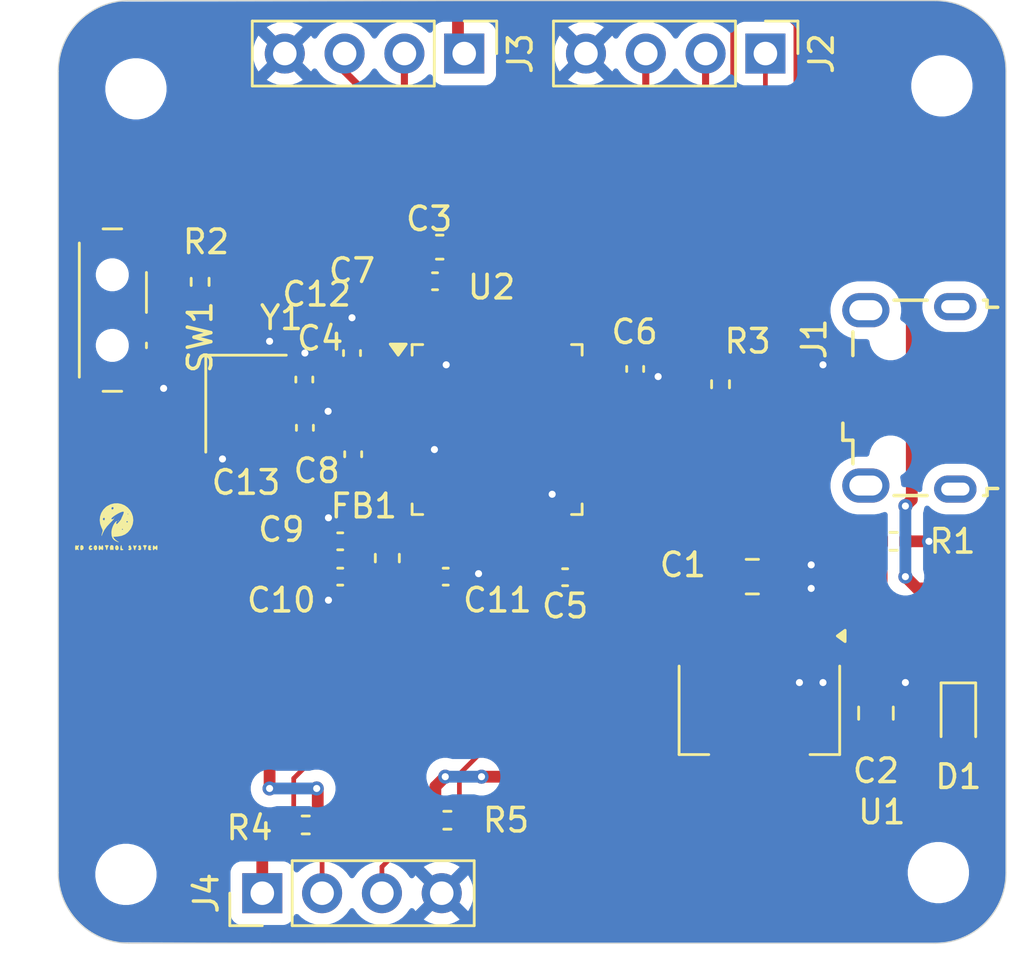
<source format=kicad_pcb>
(kicad_pcb (version 20241229) (generator "pcbnew") (generator_version "9.0")
  (layers (0 "F.Cu" signal) (2 "B.Cu" power) (13 "F.Paste" user) (15 "B.Paste" user) (5 "F.SilkS" user "F.Silkscreen") (7 "B.SilkS" user "B.Silkscreen") (1 "F.Mask" user) (3 "B.Mask" user) (25 "Edge.Cuts" user))
  (net 0 "")
  (net 1 "GND")
  (net 2 "VBUS")
  (net 3 "+3.3V")
  (net 4 "+3.3VA")
  (net 5 "/NRST")
  (net 6 "/HSE_IN")
  (net 7 "/HSE_OUT")
  (net 8 "/PWR_LED_K")
  (net 12 "/USB_D-")
  (net 14 "/USB_D+")
  (net 16 "+3.3 V")
  (net 17 "/SWCLK")
  (net 18 "/SWDIO")
  (net 19 "/USART1_RX")
  (net 20 "/USART1_TX")
  (net 21 "/l2C2_SCL")
  (net 22 "/l2C2_SDA")
  (net 23 "Net-(U2-BOOT0)")
  (net 24 "Net-(SW1-A)")
  (footprint "Capacitor_SMD:C_0603_1608Metric" (layer "F.Cu") (at 116.725 70.5)
    (property "Reference" "C3" (at -0.45 -1.2 0) (layer "F.SilkS"))
    (property "Value" "10u" (hide yes))
    (pad "1" smd roundrect (at -0.775 0) (size 0.9 0.95) (layers "F.Cu" "F.Mask" "F.Paste") (net 3 "+3.3V"))
    (pad "2" smd roundrect (at 0.775 0) (size 0.9 0.95) (layers "F.Cu" "F.Mask" "F.Paste") (net 1 "GND"))
  )
  (footprint "Capacitor_SMD:C_0402_1005Metric" (layer "F.Cu") (at 112.5 84.5 180)
    (property "Reference" "C10" (at 2.5 -1 0) (layer "F.SilkS"))
    (property "Value" "1u" (hide yes))
    (pad "1" smd roundrect (at -0.48 0 180) (size 0.56 0.62) (layers "F.Cu" "F.Mask" "F.Paste") (net 3 "+3.3V"))
    (pad "2" smd roundrect (at 0.48 0 180) (size 0.56 0.62) (layers "F.Cu" "F.Mask" "F.Paste") (net 1 "GND"))
  )
  (footprint "Capacitor_SMD:C_0402_1005Metric" (layer "F.Cu") (at 113.05 79.3 90)
    (property "Reference" "C8" (at -0.7 -1.55 180) (layer "F.SilkS"))
    (property "Value" "10n" (hide yes))
    (pad "1" smd roundrect (at -0.48 0 90) (size 0.56 0.62) (layers "F.Cu" "F.Mask" "F.Paste") (net 4 "+3.3VA"))
    (pad "2" smd roundrect (at 0.48 0 90) (size 0.56 0.62) (layers "F.Cu" "F.Mask" "F.Paste") (net 1 "GND"))
  )
  (footprint "Crystal:Crystal_SMD_3225-4Pin_3.2x2.5mm" (layer "F.Cu") (at 108.5 77.15 -90)
    (property "Reference" "Y1" (at -3.65 -1.5 0) (layer "F.SilkS"))
    (property "Value" "16MHz" (hide yes))
    (pad "1" smd roundrect (at -1.1 0.85 270) (size 1.4 1.2) (layers "F.Cu" "F.Mask" "F.Paste") (roundrect_rratio 0.208333) (net 6 "/HSE_IN"))
    (pad "2" smd roundrect (at 1.1 0.85 270) (size 1.4 1.2) (layers "F.Cu" "F.Mask" "F.Paste") (roundrect_rratio 0.208333) (net 1 "GND"))
    (pad "3" smd roundrect (at 1.1 -0.85 270) (size 1.4 1.2) (layers "F.Cu" "F.Mask" "F.Paste") (roundrect_rratio 0.208333) (net 7 "/HSE_OUT"))
    (pad "4" smd roundrect (at -1.1 -0.85 270) (size 1.4 1.2) (layers "F.Cu" "F.Mask" "F.Paste") (roundrect_rratio 0.208333) (net 1 "GND"))
  )
  (footprint "MountingHole:MountingHole_2.1mm" (layer "F.Cu") (at 103.825 63.775)
    (property "Reference" "H4" (hide yes))
    (property "Value" "~")
    (pad "" np_thru_hole circle (at 0 0) (size 2.1 2.1) (drill 2.1) (layers "*.Cu" "*.Mask"))
  )
  (footprint "Resistor_SMD:R_0402_1005Metric" (layer "F.Cu") (at 106.55 71.975 90)
    (property "Reference" "R2" (at 1.7 0.25 180) (layer "F.SilkS"))
    (property "Value" "10k" (hide yes))
    (pad "1" smd roundrect (at -0.51 0 90) (size 0.54 0.64) (layers "F.Cu" "F.Mask" "F.Paste") (net 24 "Net-(SW1-A)"))
    (pad "2" smd roundrect (at 0.51 0 90) (size 0.54 0.64) (layers "F.Cu" "F.Mask" "F.Paste") (net 23 "Net-(U2-BOOT0)"))
  )
  (footprint "LOGO" (layer "F.Cu") (at 103 82.5)
    (property "Reference" "G***" (hide yes))
    (property "Value" "LOGO" (hide yes))
  )
  (footprint "Connector_PinHeader_2.54mm:PinHeader_1x04_P2.54mm_Vertical" (layer "F.Cu") (at 130.555 62.275 -90)
    (property "Reference" "J2" (at 0 -2.38 90) (layer "F.SilkS"))
    (property "Value" "Conn_01x04_Male" (hide yes))
    (pad "1" thru_hole rect (at 0 0 270) (size 1.7 1.7) (drill 1) (layers "*.Cu" "*.Mask") (net 16 "+3.3 V"))
    (pad "2" thru_hole circle (at 0 2.54 270) (size 1.7 1.7) (drill 1) (layers "*.Cu" "*.Mask") (net 18 "/SWDIO"))
    (pad "3" thru_hole circle (at 0 5.08 270) (size 1.7 1.7) (drill 1) (layers "*.Cu" "*.Mask") (net 17 "/SWCLK"))
    (pad "4" thru_hole circle (at 0 7.62 270) (size 1.7 1.7) (drill 1) (layers "*.Cu" "*.Mask") (net 1 "GND"))
  )
  (footprint "Package_QFP:LQFP-48_7x7mm_P0.5mm" (layer "F.Cu") (at 119.1625 78.25)
    (property "Reference" "U2" (at -0.2375 -6.05 0) (layer "F.SilkS"))
    (property "Value" "STM32F103C8T6" (hide yes))
    (pad "1" smd roundrect (at -4.1625 -2.75) (size 1.475 0.3) (layers "F.Cu" "F.Mask" "F.Paste") (net 3 "+3.3V"))
    (pad "2" smd roundrect (at -4.1625 -2.25) (size 1.475 0.3) (layers "F.Cu" "F.Mask" "F.Paste"))
    (pad "3" smd roundrect (at -4.1625 -1.75) (size 1.475 0.3) (layers "F.Cu" "F.Mask" "F.Paste"))
    (pad "4" smd roundrect (at -4.1625 -1.25) (size 1.475 0.3) (layers "F.Cu" "F.Mask" "F.Paste"))
    (pad "5" smd roundrect (at -4.1625 -0.75) (size 1.475 0.3) (layers "F.Cu" "F.Mask" "F.Paste") (net 6 "/HSE_IN"))
    (pad "6" smd roundrect (at -4.1625 -0.25) (size 1.475 0.3) (layers "F.Cu" "F.Mask" "F.Paste") (net 7 "/HSE_OUT"))
    (pad "7" smd roundrect (at -4.1625 0.25) (size 1.475 0.3) (layers "F.Cu" "F.Mask" "F.Paste") (net 5 "/NRST"))
    (pad "8" smd roundrect (at -4.1625 0.75) (size 1.475 0.3) (layers "F.Cu" "F.Mask" "F.Paste") (net 1 "GND"))
    (pad "9" smd roundrect (at -4.1625 1.25) (size 1.475 0.3) (layers "F.Cu" "F.Mask" "F.Paste") (net 4 "+3.3VA"))
    (pad "10" smd roundrect (at -4.1625 1.75) (size 1.475 0.3) (layers "F.Cu" "F.Mask" "F.Paste"))
    (pad "11" smd roundrect (at -4.1625 2.25) (size 1.475 0.3) (layers "F.Cu" "F.Mask" "F.Paste"))
    (pad "12" smd roundrect (at -4.1625 2.75) (size 1.475 0.3) (layers "F.Cu" "F.Mask" "F.Paste"))
    (pad "13" smd roundrect (at -2.75 4.1625) (size 0.3 1.475) (layers "F.Cu" "F.Mask" "F.Paste"))
    (pad "14" smd roundrect (at -2.25 4.1625) (size 0.3 1.475) (layers "F.Cu" "F.Mask" "F.Paste"))
    (pad "15" smd roundrect (at -1.75 4.1625) (size 0.3 1.475) (layers "F.Cu" "F.Mask" "F.Paste"))
    (pad "16" smd roundrect (at -1.25 4.1625) (size 0.3 1.475) (layers "F.Cu" "F.Mask" "F.Paste"))
    (pad "17" smd roundrect (at -0.75 4.1625) (size 0.3 1.475) (layers "F.Cu" "F.Mask" "F.Paste"))
    (pad "18" smd roundrect (at -0.25 4.1625) (size 0.3 1.475) (layers "F.Cu" "F.Mask" "F.Paste"))
    (pad "19" smd roundrect (at 0.25 4.1625) (size 0.3 1.475) (layers "F.Cu" "F.Mask" "F.Paste"))
    (pad "20" smd roundrect (at 0.75 4.1625) (size 0.3 1.475) (layers "F.Cu" "F.Mask" "F.Paste"))
    (pad "21" smd roundrect (at 1.25 4.1625) (size 0.3 1.475) (layers "F.Cu" "F.Mask" "F.Paste") (net 21 "/l2C2_SCL"))
    (pad "22" smd roundrect (at 1.75 4.1625) (size 0.3 1.475) (layers "F.Cu" "F.Mask" "F.Paste") (net 22 "/l2C2_SDA"))
    (pad "23" smd roundrect (at 2.25 4.1625) (size 0.3 1.475) (layers "F.Cu" "F.Mask" "F.Paste") (net 1 "GND"))
    (pad "24" smd roundrect (at 2.75 4.1625) (size 0.3 1.475) (layers "F.Cu" "F.Mask" "F.Paste") (net 3 "+3.3V"))
    (pad "25" smd roundrect (at 4.1625 2.75) (size 1.475 0.3) (layers "F.Cu" "F.Mask" "F.Paste"))
    (pad "26" smd roundrect (at 4.1625 2.25) (size 1.475 0.3) (layers "F.Cu" "F.Mask" "F.Paste"))
    (pad "27" smd roundrect (at 4.1625 1.75) (size 1.475 0.3) (layers "F.Cu" "F.Mask" "F.Paste"))
    (pad "28" smd roundrect (at 4.1625 1.25) (size 1.475 0.3) (layers "F.Cu" "F.Mask" "F.Paste"))
    (pad "29" smd roundrect (at 4.1625 0.75) (size 1.475 0.3) (layers "F.Cu" "F.Mask" "F.Paste"))
    (pad "30" smd roundrect (at 4.1625 0.25) (size 1.475 0.3) (layers "F.Cu" "F.Mask" "F.Paste"))
    (pad "31" smd roundrect (at 4.1625 -0.25) (size 1.475 0.3) (layers "F.Cu" "F.Mask" "F.Paste"))
    (pad "32" smd roundrect (at 4.1625 -0.75) (size 1.475 0.3) (layers "F.Cu" "F.Mask" "F.Paste") (net 12 "/USB_D-"))
    (pad "33" smd roundrect (at 4.1625 -1.25) (size 1.475 0.3) (layers "F.Cu" "F.Mask" "F.Paste") (net 14 "/USB_D+"))
    (pad "34" smd roundrect (at 4.1625 -1.75) (size 1.475 0.3) (layers "F.Cu" "F.Mask" "F.Paste") (net 18 "/SWDIO"))
    (pad "35" smd roundrect (at 4.1625 -2.25) (size 1.475 0.3) (layers "F.Cu" "F.Mask" "F.Paste") (net 1 "GND"))
    (pad "36" smd roundrect (at 4.1625 -2.75) (size 1.475 0.3) (layers "F.Cu" "F.Mask" "F.Paste") (net 3 "+3.3V"))
    (pad "37" smd roundrect (at 2.75 -4.1625) (size 0.3 1.475) (layers "F.Cu" "F.Mask" "F.Paste") (net 17 "/SWCLK"))
    (pad "38" smd roundrect (at 2.25 -4.1625) (size 0.3 1.475) (layers "F.Cu" "F.Mask" "F.Paste"))
    (pad "39" smd roundrect (at 1.75 -4.1625) (size 0.3 1.475) (layers "F.Cu" "F.Mask" "F.Paste"))
    (pad "40" smd roundrect (at 1.25 -4.1625) (size 0.3 1.475) (layers "F.Cu" "F.Mask" "F.Paste"))
    (pad "41" smd roundrect (at 0.75 -4.1625) (size 0.3 1.475) (layers "F.Cu" "F.Mask" "F.Paste"))
    (pad "42" smd roundrect (at 0.25 -4.1625) (size 0.3 1.475) (layers "F.Cu" "F.Mask" "F.Paste") (net 20 "/USART1_TX"))
    (pad "43" smd roundrect (at -0.25 -4.1625) (size 0.3 1.475) (layers "F.Cu" "F.Mask" "F.Paste") (net 19 "/USART1_RX"))
    (pad "44" smd roundrect (at -0.75 -4.1625) (size 0.3 1.475) (layers "F.Cu" "F.Mask" "F.Paste") (net 23 "Net-(U2-BOOT0)"))
    (pad "45" smd roundrect (at -1.25 -4.1625) (size 0.3 1.475) (layers "F.Cu" "F.Mask" "F.Paste"))
    (pad "46" smd roundrect (at -1.75 -4.1625) (size 0.3 1.475) (layers "F.Cu" "F.Mask" "F.Paste"))
    (pad "47" smd roundrect (at -2.25 -4.1625) (size 0.3 1.475) (layers "F.Cu" "F.Mask" "F.Paste") (net 1 "GND"))
    (pad "48" smd roundrect (at -2.75 -4.1625) (size 0.3 1.475) (layers "F.Cu" "F.Mask" "F.Paste") (net 3 "+3.3V"))
  )
  (footprint "Capacitor_SMD:C_0402_1005Metric" (layer "F.Cu") (at 125.025 75.675 -90)
    (property "Reference" "C6" (at -1.575 0.025 0) (layer "F.SilkS"))
    (property "Value" "100n" (hide yes))
    (pad "1" smd roundrect (at -0.48 0 270) (size 0.56 0.62) (layers "F.Cu" "F.Mask" "F.Paste") (net 3 "+3.3V"))
    (pad "2" smd roundrect (at 0.48 0 270) (size 0.56 0.62) (layers "F.Cu" "F.Mask" "F.Paste") (net 1 "GND"))
  )
  (footprint "Connector_USB:USB_Micro-B_Wuerth_629105150521" (layer "F.Cu") (at 136.67 76.905 90)
    (property "Reference" "J1" (at 2.505 -4.045 90) (layer "F.SilkS"))
    (property "Value" "USB_B_Micro" (hide yes))
    (pad "" np_thru_hole oval (at -2.5 -0.8 90) (size 0.8 0.8) (drill 0.8) (layers "*.Cu" "*.Mask"))
    (pad "" np_thru_hole oval (at 2.5 -0.8 90) (size 0.8 0.8) (drill 0.8) (layers "*.Cu" "*.Mask"))
    (pad "1" smd rect (at -1.3 -1.9 90) (size 0.45 1.3) (layers "F.Cu" "F.Mask" "F.Paste") (net 2 "VBUS"))
    (pad "2" smd rect (at -0.65 -1.9 90) (size 0.45 1.3) (layers "F.Cu" "F.Mask" "F.Paste") (net 12 "/USB_D-"))
    (pad "3" smd rect (at 0 -1.9 90) (size 0.45 1.3) (layers "F.Cu" "F.Mask" "F.Paste") (net 14 "/USB_D+"))
    (pad "4" smd rect (at 0.65 -1.9 90) (size 0.45 1.3) (layers "F.Cu" "F.Mask" "F.Paste"))
    (pad "5" smd rect (at 1.3 -1.9 90) (size 0.45 1.3) (layers "F.Cu" "F.Mask" "F.Paste") (net 1 "GND"))
    (pad "6" thru_hole oval (at -3.875 1.95 90) (size 1.15 1.8) (drill oval 0.55 1.2) (property pad_prop_heatsink) (layers "*.Cu" "*.Mask"))
    (pad "6" thru_hole oval (at -3.725 -1.85 90) (size 1.45 2) (drill oval 0.85 1.4) (property pad_prop_heatsink) (layers "*.Cu" "*.Mask"))
    (pad "6" thru_hole oval (at 3.725 -1.85 90) (size 1.45 2) (drill oval 0.85 1.4) (property pad_prop_heatsink) (layers "*.Cu" "*.Mask"))
    (pad "6" thru_hole oval (at 3.875 1.95 90) (size 1.15 1.8) (drill oval 0.55 1.2) (property pad_prop_heatsink) (layers "*.Cu" "*.Mask"))
  )
  (footprint "Connector_PinHeader_2.54mm:PinHeader_1x04_P2.54mm_Vertical" (layer "F.Cu") (at 109.19 97.95 90)
    (property "Reference" "J4" (at 0 -2.38 90) (layer "F.SilkS"))
    (property "Value" "Conn_01x04_Male" (hide yes))
    (pad "1" thru_hole rect (at 0 0 90) (size 1.7 1.7) (drill 1) (layers "*.Cu" "*.Mask") (net 3 "+3.3V"))
    (pad "2" thru_hole circle (at 0 2.54 90) (size 1.7 1.7) (drill 1) (layers "*.Cu" "*.Mask") (net 21 "/l2C2_SCL"))
    (pad "3" thru_hole circle (at 0 5.08 90) (size 1.7 1.7) (drill 1) (layers "*.Cu" "*.Mask") (net 22 "/l2C2_SDA"))
    (pad "4" thru_hole circle (at 0 7.62 90) (size 1.7 1.7) (drill 1) (layers "*.Cu" "*.Mask") (net 1 "GND"))
  )
  (footprint "Capacitor_SMD:C_0805_2012Metric" (layer "F.Cu") (at 135.25 90.3 90)
    (property "Reference" "C2" (at -2.45 0 0) (layer "F.SilkS"))
    (property "Value" "22u" (hide yes))
    (pad "1" smd roundrect (at -0.95 0 90) (size 1 1.45) (layers "F.Cu" "F.Mask" "F.Paste") (net 3 "+3.3V"))
    (pad "2" smd roundrect (at 0.95 0 90) (size 1 1.45) (layers "F.Cu" "F.Mask" "F.Paste") (net 1 "GND"))
  )
  (footprint "Capacitor_SMD:C_0402_1005Metric" (layer "F.Cu") (at 122.05 84.525 180)
    (property "Reference" "C5" (at 0 -1.225 0) (layer "F.SilkS"))
    (property "Value" "100n" (hide yes))
    (pad "1" smd roundrect (at -0.48 0 180) (size 0.56 0.62) (layers "F.Cu" "F.Mask" "F.Paste") (net 3 "+3.3V"))
    (pad "2" smd roundrect (at 0.48 0 180) (size 0.56 0.62) (layers "F.Cu" "F.Mask" "F.Paste") (net 1 "GND"))
  )
  (footprint "MountingHole:MountingHole_2.1mm" (layer "F.Cu") (at 138.05 63.65)
    (property "Reference" "H3" (hide yes))
    (property "Value" "~")
    (pad "" np_thru_hole circle (at 0 0) (size 2.1 2.1) (drill 2.1) (layers "*.Cu" "*.Mask"))
  )
  (footprint "Capacitor_SMD:C_0402_1005Metric" (layer "F.Cu") (at 116.98 84.5)
    (property "Reference" "C11" (at 2.195 1 0) (layer "F.SilkS"))
    (property "Value" "100n" (hide yes))
    (pad "1" smd roundrect (at -0.48 0) (size 0.56 0.62) (layers "F.Cu" "F.Mask" "F.Paste") (net 5 "/NRST"))
    (pad "2" smd roundrect (at 0.48 0) (size 0.56 0.62) (layers "F.Cu" "F.Mask" "F.Paste") (net 1 "GND"))
  )
  (footprint "Resistor_SMD:R_0402_1005Metric" (layer "F.Cu") (at 117.05 94.85)
    (property "Reference" "R5" (at 2.49 0 0) (layer "F.SilkS"))
    (property "Value" "1k5" (hide yes))
    (pad "1" smd roundrect (at -0.51 0) (size 0.54 0.64) (layers "F.Cu" "F.Mask" "F.Paste") (net 3 "+3.3V"))
    (pad "2" smd roundrect (at 0.51 0) (size 0.54 0.64) (layers "F.Cu" "F.Mask" "F.Paste") (net 22 "/l2C2_SDA"))
  )
  (footprint "MountingHole:MountingHole_2.1mm" (layer "F.Cu") (at 103.4 97.15)
    (property "Reference" "H1" (hide yes))
    (property "Value" "~")
    (pad "" np_thru_hole circle (at 0 0) (size 2.1 2.1) (drill 2.1) (layers "*.Cu" "*.Mask"))
  )
  (footprint "LED_SMD:LED_0603_1608Metric" (layer "F.Cu") (at 138.75 90.5 -90)
    (property "Reference" "D1" (at 2.5 0 180) (layer "F.SilkS"))
    (property "Value" "RED" (hide yes))
    (pad "1" smd roundrect (at -0.7875 0 270) (size 0.875 0.95) (layers "F.Cu" "F.Mask" "F.Paste") (net 8 "/PWR_LED_K"))
    (pad "2" smd roundrect (at 0.7875 0 270) (size 0.875 0.95) (layers "F.Cu" "F.Mask" "F.Paste") (net 3 "+3.3V"))
  )
  (footprint "Inductor_SMD:L_0603_1608Metric" (layer "F.Cu") (at 114.5 83.7125 -90)
    (property "Reference" "FB1" (at -2.2125 1 0) (layer "F.SilkS"))
    (property "Value" "120R" (hide yes))
    (pad "1" smd roundrect (at -0.7875 0 270) (size 0.875 0.95) (layers "F.Cu" "F.Mask" "F.Paste") (net 4 "+3.3VA"))
    (pad "2" smd roundrect (at 0.7875 0 270) (size 0.875 0.95) (layers "F.Cu" "F.Mask" "F.Paste") (net 3 "+3.3V"))
  )
  (footprint "Capacitor_SMD:C_0402_1005Metric" (layer "F.Cu") (at 112.5 83 180)
    (property "Reference" "C9" (at 2.5 0.5 0) (layer "F.SilkS"))
    (property "Value" "1u" (hide yes))
    (pad "1" smd roundrect (at -0.48 0 180) (size 0.56 0.62) (layers "F.Cu" "F.Mask" "F.Paste") (net 4 "+3.3VA"))
    (pad "2" smd roundrect (at 0.48 0 180) (size 0.56 0.62) (layers "F.Cu" "F.Mask" "F.Paste") (net 1 "GND"))
  )
  (footprint "Button_Switch_SMD:SW_SPDT_PCM12" (layer "F.Cu") (at 103.15 73.175 -90)
    (property "Reference" "SW1" (at 1.15 -3.4 90) (layer "F.SilkS"))
    (property "Value" "SW_SPDT")
    (pad "" smd rect (at -3.65 -0.78 270) (size 1 0.8) (layers "F.Cu" "F.Mask" "F.Paste"))
    (pad "" smd rect (at -3.65 1.43 270) (size 1 0.8) (layers "F.Cu" "F.Mask" "F.Paste"))
    (pad "" np_thru_hole circle (at -1.5 0.33 270) (size 0.9 0.9) (drill 0.9) (layers "*.Cu" "*.Mask"))
    (pad "" np_thru_hole circle (at 1.5 0.33 270) (size 0.9 0.9) (drill 0.9) (layers "*.Cu" "*.Mask"))
    (pad "" smd rect (at 3.65 -0.78 270) (size 1 0.8) (layers "F.Cu" "F.Mask" "F.Paste"))
    (pad "" smd rect (at 3.65 1.43 270) (size 1 0.8) (layers "F.Cu" "F.Mask" "F.Paste"))
    (pad "1" smd rect (at -2.25 -1.43 270) (size 0.7 1.5) (layers "F.Cu" "F.Mask" "F.Paste") (net 24 "Net-(SW1-A)"))
    (pad "2" smd rect (at 0.75 -1.43 270) (size 0.7 1.5) (layers "F.Cu" "F.Mask" "F.Paste") (net 3 "+3.3V"))
    (pad "3" smd rect (at 2.25 -1.43 270) (size 0.7 1.5) (layers "F.Cu" "F.Mask" "F.Paste") (net 1 "GND"))
  )
  (footprint "Capacitor_SMD:C_0402_1005Metric" (layer "F.Cu") (at 111 78.175 90)
    (property "Reference" "C13" (at -2.325 -2.5 180) (layer "F.SilkS"))
    (property "Value" "10p" (hide yes))
    (pad "1" smd roundrect (at -0.48 0 90) (size 0.56 0.62) (layers "F.Cu" "F.Mask" "F.Paste") (net 7 "/HSE_OUT"))
    (pad "2" smd roundrect (at 0.48 0 90) (size 0.56 0.62) (layers "F.Cu" "F.Mask" "F.Paste") (net 1 "GND"))
  )
  (footprint "MountingHole:MountingHole_2.1mm" (layer "F.Cu") (at 137.9 97.075)
    (property "Reference" "H2" (hide yes))
    (property "Value" "~")
    (pad "" np_thru_hole circle (at 0 0) (size 2.1 2.1) (drill 2.1) (layers "*.Cu" "*.Mask"))
  )
  (footprint "Connector_PinHeader_2.54mm:PinHeader_1x04_P2.54mm_Vertical" (layer "F.Cu") (at 117.765 62.275 -90)
    (property "Reference" "J3" (at 0 -2.38 90) (layer "F.SilkS"))
    (property "Value" "Conn_01x04_Male" (hide yes))
    (pad "1" thru_hole rect (at 0 0 270) (size 1.7 1.7) (drill 1) (layers "*.Cu" "*.Mask") (net 3 "+3.3V"))
    (pad "2" thru_hole circle (at 0 2.54 270) (size 1.7 1.7) (drill 1) (layers "*.Cu" "*.Mask") (net 20 "/USART1_TX"))
    (pad "3" thru_hole circle (at 0 5.08 270) (size 1.7 1.7) (drill 1) (layers "*.Cu" "*.Mask") (net 19 "/USART1_RX"))
    (pad "4" thru_hole circle (at 0 7.62 270) (size 1.7 1.7) (drill 1) (layers "*.Cu" "*.Mask") (net 1 "GND"))
  )
  (footprint "Capacitor_SMD:C_0402_1005Metric" (layer "F.Cu") (at 113 75 90)
    (property "Reference" "C4" (at 0.625 -1.35 180) (layer "F.SilkS"))
    (property "Value" "100n" (hide yes))
    (pad "1" smd roundrect (at -0.48 0 90) (size 0.56 0.62) (layers "F.Cu" "F.Mask" "F.Paste") (net 3 "+3.3V"))
    (pad "2" smd roundrect (at 0.48 0 90) (size 0.56 0.62) (layers "F.Cu" "F.Mask" "F.Paste") (net 1 "GND"))
  )
  (footprint "Resistor_SMD:R_0402_1005Metric" (layer "F.Cu") (at 136 83)
    (property "Reference" "R1" (at 2.5 0 0) (layer "F.SilkS"))
    (property "Value" "1k5" (hide yes))
    (pad "1" smd roundrect (at -0.51 0) (size 0.54 0.64) (layers "F.Cu" "F.Mask" "F.Paste") (net 8 "/PWR_LED_K"))
    (pad "2" smd roundrect (at 0.51 0) (size 0.54 0.64) (layers "F.Cu" "F.Mask" "F.Paste") (net 1 "GND"))
  )
  (footprint "Capacitor_SMD:C_0402_1005Metric" (layer "F.Cu") (at 116.525 71.95)
    (property "Reference" "C7" (at -3.525 -0.45 0) (layer "F.SilkS"))
    (property "Value" "100n" (hide yes))
    (pad "1" smd roundrect (at -0.48 0) (size 0.56 0.62) (layers "F.Cu" "F.Mask" "F.Paste") (net 3 "+3.3V"))
    (pad "2" smd roundrect (at 0.48 0) (size 0.56 0.62) (layers "F.Cu" "F.Mask" "F.Paste") (net 1 "GND"))
  )
  (footprint "Package_TO_SOT_SMD:SOT-223-3_TabPin2" (layer "F.Cu") (at 130.3 90.15 -90)
    (property "Reference" "U1" (at 4.35 -5.2 180) (layer "F.SilkS"))
    (property "Value" "AMS1117-3.3" (hide yes))
    (pad "1" smd roundrect (at -3.15 -2.3 270) (size 2 1.5) (layers "F.Cu" "F.Mask" "F.Paste") (net 1 "GND"))
    (pad "2" smd roundrect (at -3.15 0 270) (size 2 1.5) (layers "F.Cu" "F.Mask" "F.Paste") (net 3 "+3.3V"))
    (pad "2" smd roundrect (at 3.15 0 270) (size 2 3.8) (layers "F.Cu" "F.Mask" "F.Paste") (net 3 "+3.3V"))
    (pad "3" smd roundrect (at -3.15 2.3 270) (size 2 1.5) (layers "F.Cu" "F.Mask" "F.Paste") (net 2 "VBUS"))
  )
  (footprint "Resistor_SMD:R_0402_1005Metric" (layer "F.Cu") (at 111.035 95.05 180)
    (property "Reference" "R4" (at 2.385 -0.125 0) (layer "F.SilkS"))
    (property "Value" "1k5" (hide yes))
    (pad "1" smd roundrect (at -0.51 0 180) (size 0.54 0.64) (layers "F.Cu" "F.Mask" "F.Paste") (net 3 "+3.3V"))
    (pad "2" smd roundrect (at 0.51 0 180) (size 0.54 0.64) (layers "F.Cu" "F.Mask" "F.Paste") (net 21 "/l2C2_SCL"))
  )
  (footprint "Resistor_SMD:R_0402_1005Metric" (layer "F.Cu") (at 128.65 76.325 -90)
    (property "Reference" "R3" (at -1.825 -1.15 180) (layer "F.SilkS"))
    (property "Value" "1k5" (hide yes))
    (pad "1" smd roundrect (at -0.51 0 270) (size 0.54 0.64) (layers "F.Cu" "F.Mask" "F.Paste") (net 16 "+3.3 V"))
    (pad "2" smd roundrect (at 0.51 0 270) (size 0.54 0.64) (layers "F.Cu" "F.Mask" "F.Paste") (net 14 "/USB_D+"))
  )
  (footprint "Capacitor_SMD:C_0402_1005Metric" (layer "F.Cu") (at 110.975 76.125 90)
    (property "Reference" "C12" (at 3.625 0.525 180) (layer "F.SilkS"))
    (property "Value" "10p" (hide yes))
    (pad "1" smd roundrect (at -0.48 0 90) (size 0.56 0.62) (layers "F.Cu" "F.Mask" "F.Paste") (net 6 "/HSE_IN"))
    (pad "2" smd roundrect (at 0.48 0 90) (size 0.56 0.62) (layers "F.Cu" "F.Mask" "F.Paste") (net 1 "GND"))
  )
  (footprint "Capacitor_SMD:C_0805_2012Metric" (layer "F.Cu") (at 130 84.5)
    (property "Reference" "C1" (at -2.95 -0.5 0) (layer "F.SilkS"))
    (property "Value" "22u" (hide yes))
    (pad "1" smd roundrect (at -0.95 0) (size 1 1.45) (layers "F.Cu" "F.Mask" "F.Paste") (net 2 "VBUS"))
    (pad "2" smd roundrect (at 0.95 0) (size 1 1.45) (layers "F.Cu" "F.Mask" "F.Paste") (net 1 "GND"))
  )
  (gr_arc (start 137.775 60.025) (mid 139.89632 60.90368) (end 140.775 63.025) (stroke (width 0.05)) (layer "Edge.Cuts"))
  (gr_line (start 100.525 97.075) (end 100.525 63.025) (stroke (width 0.05)) (layer "Edge.Cuts"))
  (gr_line (start 140.775 63.025) (end 140.775 97.075) (stroke (width 0.05)) (layer "Edge.Cuts"))
  (gr_line (start 103.525 60.025) (end 137.775 60.025) (stroke (width 0.05)) (layer "Edge.Cuts"))
  (gr_arc (start 140.775 97.075) (mid 139.89632 99.19632) (end 137.775 100.075) (stroke (width 0.05)) (layer "Edge.Cuts"))
  (gr_arc (start 103.525 100.075) (mid 101.40368 99.19632) (end 100.525 97.075) (stroke (width 0.05)) (layer "Edge.Cuts"))
  (gr_line (start 137.775 100.075) (end 103.525 100.075) (stroke (width 0.05)) (layer "Edge.Cuts"))
  (gr_arc (start 100.525 63.025) (mid 101.40368 60.90368) (end 103.525 60.025) (stroke (width 0.05)) (layer "Edge.Cuts"))
  (segment (start 117.005 71.47) (end 117.005 71.95) (width 0.5) (layer "F.Cu") (net 1))
  (segment (start 117.46 84.5) (end 118.247794 84.5) (width 0.5) (layer "F.Cu") (net 1))
  (segment (start 117.005 72.755) (end 117.005 71.95) (width 0.2) (layer "F.Cu") (net 1))
  (segment (start 115 79) (end 113.9 79) (width 0.2) (layer "F.Cu") (net 1))
  (segment (start 125.025 76.155) (end 125.845 76.155) (width 0.5) (layer "F.Cu") (net 1))
  (segment (start 121.4125 81.0875) (end 121.5 81) (width 0.2) (layer "F.Cu") (net 1))
  (segment (start 115 79) (end 116.4 79) (width 0.2) (layer "F.Cu") (net 1))
  (segment (start 117.05 72.8) (end 117.005 72.755) (width 0.2) (layer "F.Cu") (net 1))
  (segment (start 118.247794 84.5) (end 118.373897 84.373897) (width 0.5) (layer "F.Cu") (net 1))
  (segment (start 110.975 75.025) (end 111 75) (width 0.5) (layer "F.Cu") (net 1))
  (segment (start 117.225 71.3) (end 117.175 71.3) (width 0.5) (layer "F.Cu") (net 1))
  (segment (start 116.4 79) (end 116.5 79.1) (width 0.2) (layer "F.Cu") (net 1))
  (segment (start 111.765118 77.695) (end 111.985848 77.47427) (width 0.5) (layer "F.Cu") (net 1))
  (segment (start 117.5 70.5) (end 117.5 71.025) (width 0.5) (layer "F.Cu") (net 1))
  (segment (start 116.9125 74.0875) (end 116.9125 75.4125) (width 0.2) (layer "F.Cu") (net 1))
  (segment (start 107.65 78.25) (end 107.65 79.35) (width 0.2) (layer "F.Cu") (net 1))
  (segment (start 110.975 75.645) (end 110.975 75.025) (width 0.5) (layer "F.Cu") (net 1))
  (segment (start 112.02 83) (end 112.02 82.02) (width 0.5) (layer "F.Cu") (net 1))
  (segment (start 134.77 75.605) (end 133.105 75.605) (width 0.2) (layer "F.Cu") (net 1))
  (segment (start 125.845 76.155) (end 126 76) (width 0.5) (layer "F.Cu") (net 1))
  (segment (start 107.65 79.35) (end 107.5 79.5) (width 0.2) (layer "F.Cu") (net 1))
  (segment (start 121.4125 82.4125) (end 121.4125 81.0875) (width 0.2) (layer "F.Cu") (net 1))
  (segment (start 116.9125 74.0875) (end 116.9125 72.9375) (width 0.2) (layer "F.Cu") (net 1))
  (segment (start 121.4125 82.4125) (end 121.4125 84.3675) (width 0.2) (layer "F.Cu") (net 1))
  (segment (start 109.35 76.05) (end 109.35 74.65) (width 0.5) (layer "F.Cu") (net 1))
  (segment (start 117.175 71.3) (end 117.005 71.47) (width 0.5) (layer "F.Cu") (net 1))
  (segment (start 112.02 84.5) (end 112.02 85.48) (width 0.5) (layer "F.Cu") (net 1))
  (segment (start 113 74.52) (end 113 73.5) (width 0.5) (layer "F.Cu") (net 1))
  (segment (start 112.02 85.48) (end 112 85.5) (width 0.5) (layer "F.Cu") (net 1))
  (segment (start 104.58 75.425) (end 105 75.845) (width 0.5) (layer "F.Cu") (net 1))
  (segment (start 116.9125 75.4125) (end 117 75.5) (width 0.2) (layer "F.Cu") (net 1))
  (segment (start 113.7 78.825) (end 113.695 78.82) (width 0.2) (layer "F.Cu") (net 1))
  (segment (start 105 75.845) (end 105 76.5) (width 0.5) (layer "F.Cu") (net 1))
  (segment (start 113.725 78.825) (end 113.7 78.825) (width 0.2) (layer "F.Cu") (net 1))
  (segment (start 133.105 75.605) (end 133 75.5) (width 0.2) (layer "F.Cu") (net 1))
  (segment (start 121.4125 84.3675) (end 121.57 84.525) (width 0.2) (layer "F.Cu") (net 1))
  (segment (start 112.02 82.02) (end 112 82) (width 0.5) (layer "F.Cu") (net 1))
  (segment (start 116.9125 72.9375) (end 117.05 72.8) (width 0.2) (layer "F.Cu") (net 1))
  (segment (start 123.325 76) (end 124.35 76) (width 0.2) (layer "F.Cu") (net 1))
  (segment (start 124.35 76) (end 124.505 76.155) (width 0.2) (layer "F.Cu") (net 1))
  (segment (start 124.505 76.155) (end 125.025 76.155) (width 0.2) (layer "F.Cu") (net 1))
  (segment (start 113.695 78.82) (end 113.05 78.82) (width 0.2) (layer "F.Cu") (net 1))
  (segment (start 111 77.695) (end 111.765118 77.695) (width 0.5) (layer "F.Cu") (net 1))
  (segment (start 136.51 83) (end 137.5 83) (width 0.5) (layer "F.Cu") (net 1))
  (segment (start 113.9 79) (end 113.725 78.825) (width 0.2) (layer "F.Cu") (net 1))
  (segment (start 117.5 71.025) (end 117.225 71.3) (width 0.5) (layer "F.Cu") (net 1))
  (segment (start 109.35 74.65) (end 109.5 74.5) (width 0.5) (layer "F.Cu") (net 1))
  (via (at 132.5 84) (size 0.6) (drill 0.3) (layers "F.Cu" "B.Cu") (net 1))
  (via (at 111.985848 77.47427) (size 0.6) (drill 0.3) (layers "F.Cu" "B.Cu") (net 1))
  (via (at 133 89) (size 0.6) (drill 0.3) (layers "F.Cu" "B.Cu") (net 1))
  (via (at 126 76) (size 0.6) (drill 0.3) (layers "F.Cu" "B.Cu") (net 1))
  (via (at 107.5 79.5) (size 0.6) (drill 0.3) (layers "F.Cu" "B.Cu") (net 1))
  (via (at 109.5 74.5) (size 0.6) (drill 0.3) (layers "F.Cu" "B.Cu") (net 1))
  (via (at 113 73.5) (size 0.6) (drill 0.3) (layers "F.Cu" "B.Cu") (net 1))
  (via (at 132 89) (size 0.6) (drill 0.3) (layers "F.Cu" "B.Cu") (net 1))
  (via (at 111 75) (size 0.6) (drill 0.3) (layers "F.Cu" "B.Cu") (net 1))
  (via (at 118.373897 84.373897) (size 0.6) (drill 0.3) (layers "F.Cu" "B.Cu") (net 1))
  (via (at 137.5 83) (size 0.6) (drill 0.3) (layers "F.Cu" "B.Cu") (net 1))
  (via (at 117 75.5) (size 0.6) (drill 0.3) (layers "F.Cu" "B.Cu") (net 1))
  (via (at 121.5 81) (size 0.6) (drill 0.3) (layers "F.Cu" "B.Cu") (net 1))
  (via (at 132.5 85) (size 0.6) (drill 0.3) (layers "F.Cu" "B.Cu") (net 1))
  (via (at 105 76.5) (size 0.6) (drill 0.3) (layers "F.Cu" "B.Cu") (net 1))
  (via (at 133 75.5) (size 0.6) (drill 0.3) (layers "F.Cu" "B.Cu") (net 1))
  (via (at 112 82) (size 0.6) (drill 0.3) (layers "F.Cu" "B.Cu") (net 1))
  (via (at 116.5 79.1) (size 0.6) (drill 0.3) (layers "F.Cu" "B.Cu") (net 1))
  (via (at 112 85.5) (size 0.6) (drill 0.3) (layers "F.Cu" "B.Cu") (net 1))
  (via (at 136.5 89) (size 0.6) (drill 0.3) (layers "F.Cu" "B.Cu") (net 1))
  (segment (start 128 87) (end 128 85.55) (width 0.2) (layer "F.Cu") (net 2))
  (segment (start 128 85.55) (end 129.05 84.5) (width 0.2) (layer "F.Cu") (net 2))
  (segment (start 129.795 78.205) (end 129.05 78.95) (width 0.2) (layer "F.Cu") (net 2))
  (segment (start 129.05 78.95) (end 129.05 84.5) (width 0.2) (layer "F.Cu") (net 2))
  (segment (start 134.77 78.205) (end 129.795 78.205) (width 0.2) (layer "F.Cu") (net 2))
  (segment (start 137 91.25) (end 138.7125 91.25) (width 0.5) (layer "F.Cu") (net 3))
  (segment (start 129.166 68.954776) (end 129.166 60.834) (width 0.2) (layer "F.Cu") (net 3))
  (segment (start 121.9125 82.4125) (end 121.9125 83.1625) (width 0.2) (layer "F.Cu") (net 3))
  (segment (start 131.5 60.5) (end 129.5 60.5) (width 0.5) (layer "F.Cu") (net 3))
  (segment (start 122.5 94.5) (end 122.53 94.47) (width 0.5) (layer "F.Cu") (net 3))
  (segment (start 135.25 91.25) (end 137 91.25) (width 0.5) (layer "F.Cu") (net 3))
  (segment (start 113.095 75.5) (end 112.95 75.355) (width 0.2) (layer "F.Cu") (net 3))
  (segment (start 109.5 93.5) (end 109.5 90.5) (width 0.5) (layer "F.Cu") (net 3))
  (segment (start 136.771 81.229) (end 136.771 69.271) (width 0.5) (layer "F.Cu") (net 3))
  (segment (start 129.5 60.5) (end 117.5 60.5) (width 0.5) (layer "F.Cu") (net 3))
  (segment (start 109.19 96.19) (end 106 93) (width 0.5) (layer "F.Cu") (net 3))
  (segment (start 130.3 93.3) (end 132.5 95.5) (width 0.2) (layer "F.Cu") (net 3))
  (segment (start 132 61) (end 131.5 60.5) (width 0.5) (layer "F.Cu") (net 3))
  (segment (start 116.96 93) (end 116.54 93.42) (width 0.5) (layer "F.Cu") (net 3))
  (segment (start 117.5 60.5) (end 117.5 62.01) (width 0.5) (layer "F.Cu") (net 3))
  (segment (start 122.5 95.5) (end 122.5 94.5) (width 0.5) (layer "F.Cu") (net 3))
  (segment (start 107.425 73.925) (end 104.58 73.925) (width 0.5) (layer "F.Cu") (net 3))
  (segment (start 109.19 97.95) (end 109.19 96.19) (width 0.5) (layer "F.Cu") (net 3))
  (segment (start 137 85) (end 136.5 84.5) (width 0.5) (layer "F.Cu") (net 3))
  (segment (start 140 93.5) (end 140 86) (width 0.5) (layer "F.Cu") (net 3))
  (segment (start 125 98) (end 122.5 95.5) (width 0.5) (layer "F.Cu") (net 3))
  (segment (start 125.025 75.195) (end 125.025 73.095776) (width 0.2) (layer "F.Cu") (net 3))
  (segment (start 129.166 60.834) (end 129.5 60.5) (width 0.2) (layer "F.Cu") (net 3))
  (segment (start 116.045 71.205) (end 116.045 71.95) (width 0.5) (layer "F.Cu") (net 3))
  (segment (start 122.53 93) (end 118.5 93) (width 0.5) (layer "F.Cu") (net 3))
  (segment (start 110 91) (end 114.5 86.5) (width 0.5) (layer "F.Cu") (net 3))
  (segment (start 136.5 81.5) (end 136.771 81.229) (width 0.5) (layer "F.Cu") (net 3))
  (segment (start 114.5 86.5) (end 114.5 84.5) (width 0.5) (layer "F.Cu") (net 3))
  (segment (start 106 91) (end 110 91) (width 0.5) (layer "F.Cu") (net 3))
  (segment (start 121.9125 83.1625) (end 122.53 83.78) (width 0.2) (layer "F.Cu") (net 3))
  (segment (start 117.5 62.01) (end 117.765 62.275) (width 0.5) (layer "F.Cu") (net 3))
  (segment (start 106 75.5) (end 107.5 74) (width 0.5) (layer "F.Cu") (net 3))
  (segment (start 122.53 83.78) (end 122.53 84.525) (width 0.2) (layer "F.Cu") (net 3))
  (segment (start 123.325 75.5) (end 124.2 75.5) (width 0.2) (layer "F.Cu") (net 3))
  (segment (start 130.3 87) (end 130.3 93.3) (width 0.2) (layer "F.Cu") (net 3))
  (segment (start 116.045 72.57) (end 116.045 71.95) (width 0.2) (layer "F.Cu") (net 3))
  (segment (start 122.53 94.47) (end 122.53 93) (width 0.5) (layer "F.Cu") (net 3))
  (segment (start 109.5 90.5) (end 106 87) (width 0.5) (layer "F.Cu") (net 3))
  (segment (start 132.5 98) (end 125 98) (width 0.5) (layer "F.Cu") (net 3))
  (segment (start 115 75.5) (end 113.095 75.5) (width 0.2) (layer "F.Cu") (net 3))
  (segment (start 107.5 74) (end 107.425 73.925) (width 0.5) (layer "F.Cu") (net 3))
  (segment (start 111.545 95.05) (end 111.545 93.545) (width 0.5) (layer "F.Cu") (net 3))
  (segment (start 137 93.5) (end 140 93.5) (width 0.5) (layer "F.Cu") (net 3))
  (segment (start 115 75.5) (end 114.5 75) (width 0.2) (layer "F.Cu") (net 3))
  (segment (start 132 64.5) (end 132 61) (width 0.5) (layer "F.Cu") (net 3))
  (segment (start 116.54 94.85) (end 116.15 94.85) (width 0.5) (layer "F.Cu") (net 3))
  (segment (start 115.95 70.5) (end 115.95 71.1) (width 0.5) (layer "F.Cu") (net 3))
  (segment (start 138.7125 91.25) (end 138.75 91.2875) (width 0.5) (layer "F.Cu") (net 3))
  (segment (start 106 87) (end 106 75.5) (width 0.5) (layer "F.Cu") (net 3))
  (segment (start 124.2 75.5) (end 124.505 75.195) (width 0.2) (layer "F.Cu") (net 3))
  (segment (start 111 70.5) (end 114.5 70.5) (width 0.5) (layer "F.Cu") (net 3))
  (segment (start 137 91.25) (end 137 93.5) (width 0.5) (layer "F.Cu") (net 3))
  (segment (start 107.5 74) (end 111 70.5) (width 0.5) (layer "F.Cu") (net 3))
  (segment (start 116.05 71.2) (end 116.045 71.205) (width 0.5) (layer "F.Cu") (net 3))
  (segment (start 116.15 94.85) (end 115.95 95.05) (width 0.5) (layer "F.Cu") (net 3))
  (segment (start 125.025 73.095776) (end 129.166 68.954776) (width 0.2) (layer "F.Cu") (net 3))
  (segment (start 114.5 75) (end 114.5 70.5) (width 0.2) (layer "F.Cu") (net 3))
  (segment (start 111.545 93.545) (end 111.5 93.5) (width 0.5) (layer "F.Cu") (net 3))
  (segment (start 139 85) (end 137 85) (width 0.5) (layer "F.Cu") (net 3))
  (segment (start 140 86) (end 139 85) (width 0.5) (layer "F.Cu") (net 3))
  (segment (start 106 93) (end 106 91) (width 0.5) (layer "F.Cu") (net 3))
  (segment (start 114.5 84.5) (end 112.98 84.5) (width 0.5) (layer "F.Cu") (net 3))
  (segment (start 116.4125 72.9375) (end 116.045 72.57) (width 0.2) (layer "F.Cu") (net 3))
  (segment (start 132.5 95.5) (end 132.5 98) (width 0.2) (layer "F.Cu") (net 3))
  (segment (start 137 93.5) (end 132.5 98) (width 0.5) (layer "F.Cu") (net 3))
  (segment (start 122.53 93) (end 122.53 84.525) (width 0.5) (layer "F.Cu") (net 3))
  (segment (start 114.5 70.5) (end 115.95 70.5) (width 0.5) (layer "F.Cu") (net 3))
  (segment (start 124.505 75.195) (end 125.025 75.195) (width 0.2) (layer "F.Cu") (net 3))
  (segment (start 116.54 93.42) (end 116.54 94.85) (width 0.5) (layer "F.Cu") (net 3))
  (segment (start 116.4125 74.0875) (end 116.4125 72.9375) (width 0.2) (layer "F.Cu") (net 3))
  (segment (start 115.95 95.05) (end 111.545 95.05) (width 0.5) (layer "F.Cu") (net 3))
  (segment (start 136.771 69.271) (end 132 64.5) (width 0.5) (layer "F.Cu") (net 3))
  (segment (start 115.95 71.1) (end 116.05 71.2) (width 0.5) (layer "F.Cu") (net 3))
  (via (at 109.5 93.5) (size 0.6) (drill 0.3) (layers "F.Cu" "B.Cu") (net 3))
  (via (at 111.5 93.5) (size 0.6) (drill 0.3) (layers "F.Cu" "B.Cu") (net 3))
  (via (at 136.5 84.5) (size 0.6) (drill 0.3) (layers "F.Cu" "B.Cu") (net 3))
  (via (at 116.96 93) (size 0.6) (drill 0.3) (layers "F.Cu" "B.Cu") (net 3))
  (via (at 118.5 93) (size 0.6) (drill 0.3) (layers "F.Cu" "B.Cu") (net 3))
  (via (at 136.5 81.5) (size 0.6) (drill 0.3) (layers "F.Cu" "B.Cu") (net 3))
  (segment (start 136.5 84.5) (end 136.5 81.5) (width 0.5) (layer "B.Cu") (net 3))
  (segment (start 118.5 93) (end 116.96 93) (width 0.5) (layer "B.Cu") (net 3))
  (segment (start 111.5 93.5) (end 109.5 93.5) (width 0.5) (layer "B.Cu") (net 3))
  (segment (start 113.62 79.78) (end 113.05 79.78) (width 0.2) (layer "F.Cu") (net 4))
  (segment (start 113.05 79.78) (end 113.05 82.93) (width 0.2) (layer "F.Cu") (net 4))
  (segment (start 113.05 82.93) (end 112.98 83) (width 0.2) (layer "F.Cu") (net 4))
  (segment (start 113.055 82.925) (end 112.98 83) (width 0.5) (layer "F.Cu") (net 4))
  (segment (start 115 79.5) (end 113.9 79.5) (width 0.2) (layer "F.Cu") (net 4))
  (segment (start 113.9 79.5) (end 113.62 79.78) (width 0.2) (layer "F.Cu") (net 4))
  (segment (start 114.5 82.925) (end 113.055 82.925) (width 0.5) (layer "F.Cu") (net 4))
  (segment (start 115.5 83.5) (end 116.5 84.5) (width 0.2) (layer "F.Cu") (net 5))
  (segment (start 115.5 82) (end 115.5 83.5) (width 0.2) (layer "F.Cu") (net 5))
  (segment (start 117 78.5) (end 117.5 79) (width 0.2) (layer "F.Cu") (net 5))
  (segment (start 115 78.5) (end 117 78.5) (width 0.2) (layer "F.Cu") (net 5))
  (segment (start 117.5 79) (end 117.5 80) (width 0.2) (layer "F.Cu") (net 5))
  (segment (start 117.5 80) (end 115.5 82) (width 0.2) (layer "F.Cu") (net 5))
  (segment (start 113.55 77.5) (end 112.655 76.605) (width 0.2) (layer "F.Cu") (net 6))
  (segment (start 110.505 77.075) (end 108.675 77.075) (width 0.2) (layer "F.Cu") (net 6))
  (segment (start 110.975 76.605) (end 110.505 77.075) (width 0.2) (layer "F.Cu") (net 6))
  (segment (start 108.675 77.075) (end 107.65 76.05) (width 0.2) (layer "F.Cu") (net 6))
  (segment (start 112.655 76.605) (end 110.975 76.605) (width 0.2) (layer "F.Cu") (net 6))
  (segment (start 115 77.5) (end 113.55 77.5) (width 0.2) (layer "F.Cu") (net 6))
  (segment (start 112.275 78) (end 111.625 78.65) (width 0.2) (layer "F.Cu") (net 7))
  (segment (start 111.625 78.65) (end 109.75 78.65) (width 0.2) (layer "F.Cu") (net 7))
  (segment (start 109.75 78.65) (end 109.35 78.25) (width 0.2) (layer "F.Cu") (net 7))
  (segment (start 115 78) (end 112.275 78) (width 0.2) (layer "F.Cu") (net 7))
  (segment (start 135.49 85.49) (end 135.49 83) (width 0.5) (layer "F.Cu") (net 8))
  (segment (start 136.5 86.5) (end 135.49 85.49) (width 0.5) (layer "F.Cu") (net 8))
  (segment (start 138.75 89.7125) (end 138.75 86.75) (width 0.5) (layer "F.Cu") (net 8))
  (segment (start 138.75 86.75) (end 138.5 86.5) (width 0.5) (layer "F.Cu") (net 8))
  (segment (start 138.5 86.5) (end 136.5 86.5) (width 0.5) (layer "F.Cu") (net 8))
  (segment (start 124.456251 77.475) (end 134.475 77.475) (width 0.2) (layer "F.Cu") (net 12))
  (segment (start 123.325 77.5) (end 124.431251 77.5) (width 0.2) (layer "F.Cu") (net 12))
  (segment (start 124.431251 77.5) (end 124.456251 77.475) (width 0.2) (layer "F.Cu") (net 12))
  (segment (start 124.456251 77.025) (end 134.475 77.025) (width 0.2) (layer "F.Cu") (net 14))
  (segment (start 124.431251 77) (end 124.456251 77.025) (width 0.2) (layer "F.Cu") (net 14))
  (segment (start 123.325 77) (end 124.431251 77) (width 0.2) (layer "F.Cu") (net 14))
  (segment (start 128.65 75.815) (end 128.65 70.85) (width 0.2) (layer "F.Cu") (net 16))
  (segment (start 130.555 68.945) (end 130.555 62.275) (width 0.2) (layer "F.Cu") (net 16))
  (segment (start 128.65 70.85) (end 130.555 68.945) (width 0.2) (layer "F.Cu") (net 16))
  (segment (start 122.1625 68.3375) (end 125.5 65) (width 0.3) (layer "F.Cu") (net 17))
  (segment (start 125.475 64.975) (end 125.475 62.275) (width 0.3) (layer "F.Cu") (net 17))
  (segment (start 125.5 65) (end 125.475 64.975) (width 0.3) (layer "F.Cu") (net 17))
  (segment (start 121.9125 68.3375) (end 122.1625 68.3375) (width 0.3) (layer "F.Cu") (net 17))
  (segment (start 121.9125 74.0875) (end 121.9125 68.3375) (width 0.3) (layer "F.Cu") (net 17))
  (segment (start 123.325 76.5) (end 122.475 76.5) (width 0.3) (layer "F.Cu") (net 18))
  (segment (start 122.05 76.075) (end 122.05 75.432966) (width 0.3) (layer "F.Cu") (net 18))
  (segment (start 122.475 76.5) (end 122.05 76.075) (width 0.3) (layer "F.Cu") (net 18))
  (segment (start 122.05 75.432966) (end 128.015 69.467966) (width 0.3) (layer "F.Cu") (net 18))
  (segment (start 128.015 69.467966) (end 128.015 62.275) (width 0.3) (layer "F.Cu") (net 18))
  (segment (start 118.9125 69.27102) (end 112.685 63.04352) (width 0.3) (layer "F.Cu") (net 19))
  (segment (start 118.9125 74.0875) (end 118.9125 69.27102) (width 0.3) (layer "F.Cu") (net 19))
  (segment (start 112.685 63.04352) (end 112.685 62.275) (width 0.3) (layer "F.Cu") (net 19))
  (segment (start 115.225 64.875) (end 115.225 62.275) (width 0.3) (layer "F.Cu") (net 20))
  (segment (start 119.4125 74.0875) (end 119.4125 69.0625) (width 0.3) (layer "F.Cu") (net 20))
  (segment (start 119.4125 69.0625) (end 115.225 64.875) (width 0.3) (layer "F.Cu") (net 20))
  (segment (start 120.4125 82.4125) (end 120.4125 83.183824) (width 0.2) (layer "F.Cu") (net 21))
  (segment (start 110.525 95.05) (end 110.525 95.4) (width 0.2) (layer "F.Cu") (net 21))
  (segment (start 110.525 95.4) (end 111.73 96.605) (width 0.2) (layer "F.Cu") (net 21))
  (segment (start 111.73 96.605) (end 111.73 97.95) (width 0.2) (layer "F.Cu") (net 21))
  (segment (start 120.4125 83.183824) (end 110.525 93.071324) (width 0.2) (layer "F.Cu") (net 21))
  (segment (start 110.525 93.071324) (end 110.525 95.05) (width 0.2) (layer "F.Cu") (net 21))
  (segment (start 116.975 96.175) (end 114.925 96.175) (width 0.2) (layer "F.Cu") (net 22))
  (segment (start 114.925 96.175) (end 114.27 96.83) (width 0.2) (layer "F.Cu") (net 22))
  (segment (start 117.56 94.85) (end 117.56 95.59) (width 0.2) (layer "F.Cu") (net 22))
  (segment (start 119.6 85.05) (end 119.6 90.85) (width 0.2) (layer "F.Cu") (net 22))
  (segment (start 117.56 95.59) (end 116.975 96.175) (width 0.2) (layer "F.Cu") (net 22))
  (segment (start 117.56 92.89) (end 117.56 94.85) (width 0.2) (layer "F.Cu") (net 22))
  (segment (start 120.9125 82.4125) (end 120.9125 83.7375) (width 0.2) (layer "F.Cu") (net 22))
  (segment (start 119.6 90.85) (end 117.56 92.89) (width 0.2) (layer "F.Cu") (net 22))
  (segment (start 120.9125 83.7375) (end 119.6 85.05) (width 0.2) (layer "F.Cu") (net 22))
  (segment (start 114.27 96.83) (end 114.27 97.95) (width 0.2) (layer "F.Cu") (net 22))
  (segment (start 118.4125 74.0875) (end 118.4125 69.4875) (width 0.3) (layer "F.Cu") (net 23))
  (segment (start 117.225 68.3) (end 107.95 68.3) (width 0.3) (layer "F.Cu") (net 23))
  (segment (start 106.55 69.7) (end 106.55 71.465) (width 0.3) (layer "F.Cu") (net 23))
  (segment (start 107.95 68.3) (end 106.55 69.7) (width 0.3) (layer "F.Cu") (net 23))
  (segment (start 118.4125 69.4875) (end 117.225 68.3) (width 0.3) (layer "F.Cu") (net 23))
  (segment (start 106.55 72.485) (end 105.66 72.485) (width 0.3) (layer "F.Cu") (net 24))
  (segment (start 105.075 71.9) (end 105.075 71.42) (width 0.3) (layer "F.Cu") (net 24))
  (segment (start 105.66 72.485) (end 105.075 71.9) (width 0.3) (layer "F.Cu") (net 24))
  (segment (start 105.075 71.42) (end 104.58 70.925) (width 0.3) (layer "F.Cu") (net 24))
  (zone (net 1) (net_name "GND") (layer "F.Cu") (priority 1) (connect_pads yes (clearance 0.3)) (min_thickness 0.25) (fill yes (thermal_gap 0.5) (thermal_bridge_width 0.5))
    (polygon (pts (xy 132.5 83.5) (xy 133.5 84.5) (xy 133.5 87.5) (xy 134.5 88.5) (xy 136.5 88.5) (xy 137 89) (xy 137 90) (xy 132 90) (xy 131.5 89.5) (xy 131.5 86) (xy 131 85.5) (xy 130.5 85.5) (xy 130 85) (xy 130 83.5)))
  )
  (zone (net 1) (net_name "GND") (layer "B.Cu") (connect_pads (clearance 0.5)) (min_thickness 0.25) (fill yes (thermal_gap 0.5) (thermal_bridge_width 0.5))
    (polygon (pts (xy 100.025 100.025) (xy 99.975 60.075) (xy 140.875 60) (xy 140.775 100.15)))
  )
)
</source>
